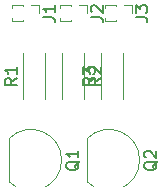
<source format=gto>
G04 #@! TF.GenerationSoftware,KiCad,Pcbnew,(5.0.0)*
G04 #@! TF.CreationDate,2018-11-14T19:12:12+05:30*
G04 #@! TF.ProjectId,OPSUnit,4F5053556E69742E6B696361645F7063,rev?*
G04 #@! TF.SameCoordinates,Original*
G04 #@! TF.FileFunction,Legend,Top*
G04 #@! TF.FilePolarity,Positive*
%FSLAX46Y46*%
G04 Gerber Fmt 4.6, Leading zero omitted, Abs format (unit mm)*
G04 Created by KiCad (PCBNEW (5.0.0)) date 11/14/18 19:12:12*
%MOMM*%
%LPD*%
G01*
G04 APERTURE LIST*
%ADD10C,0.120000*%
%ADD11C,0.150000*%
G04 APERTURE END LIST*
D10*
G04 #@! TO.C,R2*
X151844000Y-117120000D02*
X151844000Y-120960000D01*
X150004000Y-117120000D02*
X150004000Y-120960000D01*
G04 #@! TO.C,J1*
X145808000Y-113011000D02*
X145808000Y-113311507D01*
X145808000Y-114100493D02*
X145808000Y-114401000D01*
X146683000Y-113011000D02*
X145808000Y-113011000D01*
X146683000Y-114401000D02*
X145808000Y-114401000D01*
X146683000Y-113011000D02*
X146683000Y-113097724D01*
X146683000Y-114314276D02*
X146683000Y-114401000D01*
X147368000Y-113011000D02*
X148053000Y-113011000D01*
X148053000Y-113011000D02*
X148053000Y-113706000D01*
G04 #@! TO.C,J2*
X152117000Y-113011000D02*
X152117000Y-113706000D01*
X151432000Y-113011000D02*
X152117000Y-113011000D01*
X150747000Y-114314276D02*
X150747000Y-114401000D01*
X150747000Y-113011000D02*
X150747000Y-113097724D01*
X150747000Y-114401000D02*
X149872000Y-114401000D01*
X150747000Y-113011000D02*
X149872000Y-113011000D01*
X149872000Y-114100493D02*
X149872000Y-114401000D01*
X149872000Y-113011000D02*
X149872000Y-113311507D01*
G04 #@! TO.C,J3*
X153666000Y-113011000D02*
X153666000Y-113311507D01*
X153666000Y-114100493D02*
X153666000Y-114401000D01*
X154541000Y-113011000D02*
X153666000Y-113011000D01*
X154541000Y-114401000D02*
X153666000Y-114401000D01*
X154541000Y-113011000D02*
X154541000Y-113097724D01*
X154541000Y-114314276D02*
X154541000Y-114401000D01*
X155226000Y-113011000D02*
X155911000Y-113011000D01*
X155911000Y-113011000D02*
X155911000Y-113706000D01*
G04 #@! TO.C,Q1*
X145518000Y-124352000D02*
X145518000Y-127952000D01*
X145529522Y-124313522D02*
G75*
G02X149968000Y-126152000I1838478J-1838478D01*
G01*
X145529522Y-127990478D02*
G75*
G03X149968000Y-126152000I1838478J1838478D01*
G01*
G04 #@! TO.C,Q2*
X152133522Y-127990478D02*
G75*
G03X156572000Y-126152000I1838478J1838478D01*
G01*
X152133522Y-124313522D02*
G75*
G02X156572000Y-126152000I1838478J-1838478D01*
G01*
X152122000Y-124352000D02*
X152122000Y-127952000D01*
G04 #@! TO.C,R1*
X146702000Y-120960000D02*
X146702000Y-117120000D01*
X148542000Y-120960000D02*
X148542000Y-117120000D01*
G04 #@! TO.C,R3*
X155146000Y-120960000D02*
X155146000Y-117120000D01*
X153306000Y-120960000D02*
X153306000Y-117120000D01*
G04 #@! TO.C,R2*
D11*
X153296380Y-119206666D02*
X152820190Y-119540000D01*
X153296380Y-119778095D02*
X152296380Y-119778095D01*
X152296380Y-119397142D01*
X152344000Y-119301904D01*
X152391619Y-119254285D01*
X152486857Y-119206666D01*
X152629714Y-119206666D01*
X152724952Y-119254285D01*
X152772571Y-119301904D01*
X152820190Y-119397142D01*
X152820190Y-119778095D01*
X152391619Y-118825714D02*
X152344000Y-118778095D01*
X152296380Y-118682857D01*
X152296380Y-118444761D01*
X152344000Y-118349523D01*
X152391619Y-118301904D01*
X152486857Y-118254285D01*
X152582095Y-118254285D01*
X152724952Y-118301904D01*
X153296380Y-118873333D01*
X153296380Y-118254285D01*
G04 #@! TO.C,J1*
X148380380Y-114039333D02*
X149094666Y-114039333D01*
X149237523Y-114086952D01*
X149332761Y-114182190D01*
X149380380Y-114325047D01*
X149380380Y-114420285D01*
X149380380Y-113039333D02*
X149380380Y-113610761D01*
X149380380Y-113325047D02*
X148380380Y-113325047D01*
X148523238Y-113420285D01*
X148618476Y-113515523D01*
X148666095Y-113610761D01*
G04 #@! TO.C,J2*
X152444380Y-114039333D02*
X153158666Y-114039333D01*
X153301523Y-114086952D01*
X153396761Y-114182190D01*
X153444380Y-114325047D01*
X153444380Y-114420285D01*
X152539619Y-113610761D02*
X152492000Y-113563142D01*
X152444380Y-113467904D01*
X152444380Y-113229809D01*
X152492000Y-113134571D01*
X152539619Y-113086952D01*
X152634857Y-113039333D01*
X152730095Y-113039333D01*
X152872952Y-113086952D01*
X153444380Y-113658380D01*
X153444380Y-113039333D01*
G04 #@! TO.C,J3*
X156238380Y-114039333D02*
X156952666Y-114039333D01*
X157095523Y-114086952D01*
X157190761Y-114182190D01*
X157238380Y-114325047D01*
X157238380Y-114420285D01*
X156238380Y-113658380D02*
X156238380Y-113039333D01*
X156619333Y-113372666D01*
X156619333Y-113229809D01*
X156666952Y-113134571D01*
X156714571Y-113086952D01*
X156809809Y-113039333D01*
X157047904Y-113039333D01*
X157143142Y-113086952D01*
X157190761Y-113134571D01*
X157238380Y-113229809D01*
X157238380Y-113515523D01*
X157190761Y-113610761D01*
X157143142Y-113658380D01*
G04 #@! TO.C,Q1*
X151475619Y-126247238D02*
X151428000Y-126342476D01*
X151332761Y-126437714D01*
X151189904Y-126580571D01*
X151142285Y-126675809D01*
X151142285Y-126771047D01*
X151380380Y-126723428D02*
X151332761Y-126818666D01*
X151237523Y-126913904D01*
X151047047Y-126961523D01*
X150713714Y-126961523D01*
X150523238Y-126913904D01*
X150428000Y-126818666D01*
X150380380Y-126723428D01*
X150380380Y-126532952D01*
X150428000Y-126437714D01*
X150523238Y-126342476D01*
X150713714Y-126294857D01*
X151047047Y-126294857D01*
X151237523Y-126342476D01*
X151332761Y-126437714D01*
X151380380Y-126532952D01*
X151380380Y-126723428D01*
X151380380Y-125342476D02*
X151380380Y-125913904D01*
X151380380Y-125628190D02*
X150380380Y-125628190D01*
X150523238Y-125723428D01*
X150618476Y-125818666D01*
X150666095Y-125913904D01*
G04 #@! TO.C,Q2*
X158079619Y-126247238D02*
X158032000Y-126342476D01*
X157936761Y-126437714D01*
X157793904Y-126580571D01*
X157746285Y-126675809D01*
X157746285Y-126771047D01*
X157984380Y-126723428D02*
X157936761Y-126818666D01*
X157841523Y-126913904D01*
X157651047Y-126961523D01*
X157317714Y-126961523D01*
X157127238Y-126913904D01*
X157032000Y-126818666D01*
X156984380Y-126723428D01*
X156984380Y-126532952D01*
X157032000Y-126437714D01*
X157127238Y-126342476D01*
X157317714Y-126294857D01*
X157651047Y-126294857D01*
X157841523Y-126342476D01*
X157936761Y-126437714D01*
X157984380Y-126532952D01*
X157984380Y-126723428D01*
X157079619Y-125913904D02*
X157032000Y-125866285D01*
X156984380Y-125771047D01*
X156984380Y-125532952D01*
X157032000Y-125437714D01*
X157079619Y-125390095D01*
X157174857Y-125342476D01*
X157270095Y-125342476D01*
X157412952Y-125390095D01*
X157984380Y-125961523D01*
X157984380Y-125342476D01*
G04 #@! TO.C,R1*
X146154380Y-119206666D02*
X145678190Y-119540000D01*
X146154380Y-119778095D02*
X145154380Y-119778095D01*
X145154380Y-119397142D01*
X145202000Y-119301904D01*
X145249619Y-119254285D01*
X145344857Y-119206666D01*
X145487714Y-119206666D01*
X145582952Y-119254285D01*
X145630571Y-119301904D01*
X145678190Y-119397142D01*
X145678190Y-119778095D01*
X146154380Y-118254285D02*
X146154380Y-118825714D01*
X146154380Y-118540000D02*
X145154380Y-118540000D01*
X145297238Y-118635238D01*
X145392476Y-118730476D01*
X145440095Y-118825714D01*
G04 #@! TO.C,R3*
X152758380Y-119206666D02*
X152282190Y-119540000D01*
X152758380Y-119778095D02*
X151758380Y-119778095D01*
X151758380Y-119397142D01*
X151806000Y-119301904D01*
X151853619Y-119254285D01*
X151948857Y-119206666D01*
X152091714Y-119206666D01*
X152186952Y-119254285D01*
X152234571Y-119301904D01*
X152282190Y-119397142D01*
X152282190Y-119778095D01*
X151758380Y-118873333D02*
X151758380Y-118254285D01*
X152139333Y-118587619D01*
X152139333Y-118444761D01*
X152186952Y-118349523D01*
X152234571Y-118301904D01*
X152329809Y-118254285D01*
X152567904Y-118254285D01*
X152663142Y-118301904D01*
X152710761Y-118349523D01*
X152758380Y-118444761D01*
X152758380Y-118730476D01*
X152710761Y-118825714D01*
X152663142Y-118873333D01*
G04 #@! TD*
M02*

</source>
